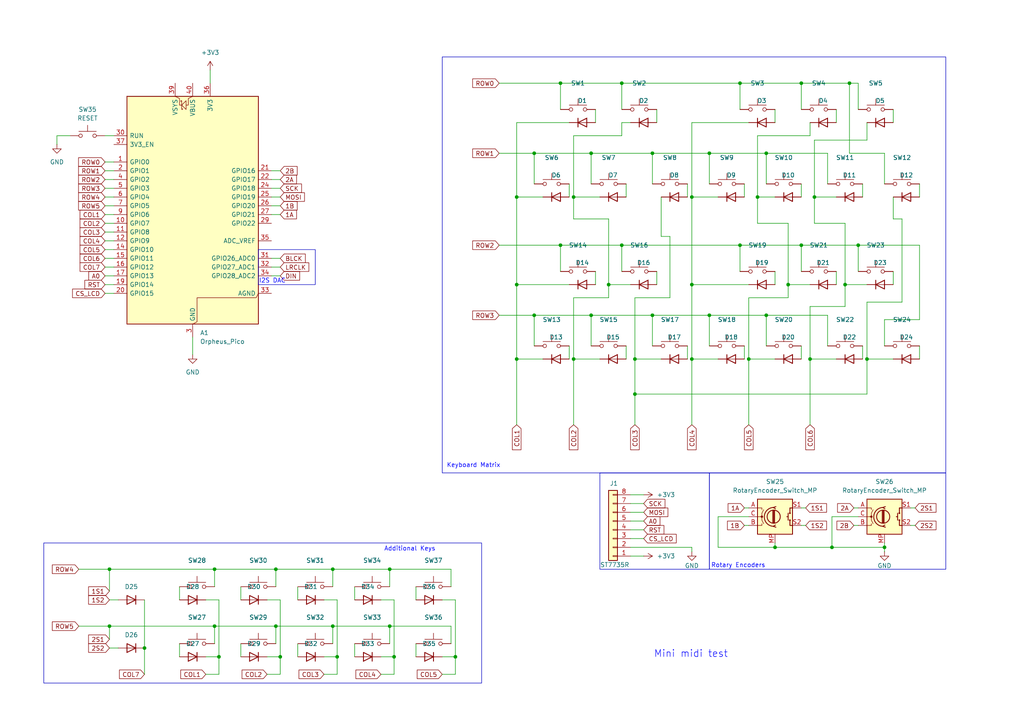
<source format=kicad_sch>
(kicad_sch (version 20250114) (generator "eeschema") (generator_version "9.0")
  (paper "A4")
  (rectangle (start 12.7 157.48) (end 139.7 198.12))
  (rectangle (start 173.99 137.16) (end 205.74 165.1))
  (rectangle (start 128.27 16.51) (end 274.32 137.16))
  (rectangle (start 74.93 72.39) (end 91.44 82.55))
  (rectangle (start 205.74 137.16) (end 274.32 165.1))
  (text "Mini midi test" (at 200.406 189.738 0) (effects (font (size 2.032 2.032))))
  (text "I2S DAC" (at 78.994 81.534 0) (effects (font (size 1.27 1.27))))
  (text "Additional Keys" (at 118.872 159.258 0) (effects (font (size 1.27 1.27))))
  (text "Rotary Encoders" (at 214.122 164.084 0) (effects (font (size 1.27 1.27))))
  (junction (at 176.53 82.55))
  (junction (at 114.3 190.5))
  (junction (at 113.03 181.61))
  (junction (at 80.01 181.61))
  (junction (at 62.23 181.61))
  (junction (at 63.5 190.5))
  (junction (at 219.71 57.15))
  (junction (at 154.94 91.44))
  (junction (at 166.37 57.15))
  (junction (at 256.54 158.75))
  (junction (at 224.79 158.75))
  (junction (at 149.86 57.15))
  (junction (at 241.3 158.75))
  (junction (at 248.92 71.12))
  (junction (at 200.66 104.14))
  (junction (at 171.45 44.45))
  (junction (at 246.38 24.13))
  (junction (at 180.34 24.13))
  (junction (at 149.86 82.55))
  (junction (at 214.63 71.12))
  (junction (at 132.08 190.5))
  (junction (at 41.91 187.96))
  (junction (at 113.03 165.1))
  (junction (at 228.6 82.55))
  (junction (at 189.23 91.44))
  (junction (at 217.17 104.14))
  (junction (at 189.23 44.45))
  (junction (at 205.74 91.44))
  (junction (at 96.52 165.1))
  (junction (at 31.75 165.1))
  (junction (at 222.25 91.44))
  (junction (at 200.66 82.55))
  (junction (at 205.74 44.45))
  (junction (at 162.56 24.13))
  (junction (at 149.86 104.14))
  (junction (at 154.94 44.45))
  (junction (at 214.63 24.13))
  (junction (at 232.41 24.13))
  (junction (at 81.28 190.5))
  (junction (at 222.25 44.45))
  (junction (at 31.75 181.61))
  (junction (at 200.66 57.15))
  (junction (at 234.95 104.14))
  (junction (at 62.23 165.1))
  (junction (at 251.46 104.14))
  (junction (at 171.45 91.44))
  (junction (at 184.15 114.3))
  (junction (at 180.34 71.12))
  (junction (at 96.52 181.61))
  (junction (at 232.41 71.12))
  (junction (at 166.37 104.14))
  (junction (at 162.56 71.12))
  (junction (at 80.01 165.1))
  (junction (at 184.15 104.14))
  (junction (at 97.79 190.5))
  (junction (at 245.11 82.55))
  (junction (at 236.22 57.15))
  (wire (pts (xy 166.37 86.36) (xy 176.53 86.36)))
  (wire (pts (xy 200.66 104.14) (xy 200.66 82.55)))
  (wire (pts (xy 200.66 104.14) (xy 208.28 104.14)))
  (wire (pts (xy 182.88 146.05) (xy 186.69 146.05)))
  (wire (pts (xy 246.38 24.13) (xy 246.38 44.45)))
  (wire (pts (xy 30.48 80.01) (xy 33.02 80.01)))
  (wire (pts (xy 180.34 71.12) (xy 180.34 78.74)))
  (wire (pts (xy 78.74 59.69) (xy 81.28 59.69)))
  (wire (pts (xy 132.08 190.5) (xy 132.08 173.99)))
  (wire (pts (xy 182.88 153.67) (xy 186.69 153.67)))
  (wire (pts (xy 215.9 100.33) (xy 215.9 104.14)))
  (wire (pts (xy 31.75 165.1) (xy 62.23 165.1)))
  (wire (pts (xy 182.88 148.59) (xy 186.69 148.59)))
  (wire (pts (xy 261.62 63.5) (xy 259.08 63.5)))
  (wire (pts (xy 149.86 123.19) (xy 149.86 104.14)))
  (wire (pts (xy 205.74 91.44) (xy 205.74 100.33)))
  (wire (pts (xy 81.28 173.99) (xy 77.47 173.99)))
  (wire (pts (xy 114.3 190.5) (xy 114.3 173.99)))
  (wire (pts (xy 215.9 147.32) (xy 217.17 147.32)))
  (wire (pts (xy 162.56 71.12) (xy 180.34 71.12)))
  (wire (pts (xy 251.46 104.14) (xy 251.46 114.3)))
  (wire (pts (xy 251.46 104.14) (xy 251.46 87.63)))
  (wire (pts (xy 52.07 170.18) (xy 52.07 173.99)))
  (wire (pts (xy 232.41 100.33) (xy 232.41 104.14)))
  (wire (pts (xy 93.98 195.58) (xy 97.79 195.58)))
  (wire (pts (xy 30.48 72.39) (xy 33.02 72.39)))
  (wire (pts (xy 114.3 173.99) (xy 110.49 173.99)))
  (wire (pts (xy 149.86 57.15) (xy 157.48 57.15)))
  (wire (pts (xy 120.65 186.69) (xy 120.65 190.5)))
  (wire (pts (xy 172.72 31.75) (xy 172.72 35.56)))
  (wire (pts (xy 149.86 82.55) (xy 149.86 57.15)))
  (wire (pts (xy 63.5 173.99) (xy 59.69 173.99)))
  (wire (pts (xy 162.56 24.13) (xy 162.56 31.75)))
  (wire (pts (xy 234.95 88.9) (xy 245.11 88.9)))
  (wire (pts (xy 97.79 190.5) (xy 97.79 195.58)))
  (wire (pts (xy 217.17 86.36) (xy 228.6 86.36)))
  (wire (pts (xy 31.75 165.1) (xy 31.75 171.45)))
  (wire (pts (xy 248.92 24.13) (xy 248.92 31.75)))
  (wire (pts (xy 30.48 46.99) (xy 33.02 46.99)))
  (wire (pts (xy 219.71 57.15) (xy 224.79 57.15)))
  (wire (pts (xy 63.5 190.5) (xy 63.5 173.99)))
  (wire (pts (xy 190.5 31.75) (xy 190.5 35.56)))
  (wire (pts (xy 232.41 24.13) (xy 232.41 31.75)))
  (wire (pts (xy 247.65 152.4) (xy 248.92 152.4)))
  (wire (pts (xy 232.41 152.4) (xy 233.68 152.4)))
  (wire (pts (xy 232.41 24.13) (xy 246.38 24.13)))
  (wire (pts (xy 69.85 186.69) (xy 69.85 190.5)))
  (wire (pts (xy 245.11 82.55) (xy 245.11 64.77)))
  (wire (pts (xy 149.86 57.15) (xy 149.86 35.56)))
  (wire (pts (xy 78.74 77.47) (xy 81.28 77.47)))
  (wire (pts (xy 130.81 181.61) (xy 130.81 186.69)))
  (wire (pts (xy 81.28 190.5) (xy 81.28 173.99)))
  (wire (pts (xy 208.28 149.86) (xy 217.17 149.86)))
  (wire (pts (xy 248.92 71.12) (xy 248.92 78.74)))
  (wire (pts (xy 110.49 190.5) (xy 114.3 190.5)))
  (wire (pts (xy 266.7 53.34) (xy 266.7 57.15)))
  (wire (pts (xy 250.19 100.33) (xy 250.19 104.14)))
  (wire (pts (xy 189.23 91.44) (xy 205.74 91.44)))
  (wire (pts (xy 59.69 195.58) (xy 63.5 195.58)))
  (wire (pts (xy 144.78 71.12) (xy 162.56 71.12)))
  (wire (pts (xy 166.37 57.15) (xy 173.99 57.15)))
  (wire (pts (xy 176.53 63.5) (xy 166.37 63.5)))
  (wire (pts (xy 232.41 147.32) (xy 233.68 147.32)))
  (wire (pts (xy 102.87 186.69) (xy 102.87 190.5)))
  (wire (pts (xy 144.78 24.13) (xy 162.56 24.13)))
  (wire (pts (xy 236.22 64.77) (xy 236.22 57.15)))
  (wire (pts (xy 189.23 44.45) (xy 205.74 44.45)))
  (wire (pts (xy 113.03 165.1) (xy 113.03 170.18)))
  (wire (pts (xy 144.78 44.45) (xy 154.94 44.45)))
  (wire (pts (xy 41.91 173.99) (xy 41.91 187.96)))
  (wire (pts (xy 172.72 78.74) (xy 172.72 82.55)))
  (wire (pts (xy 132.08 173.99) (xy 128.27 173.99)))
  (wire (pts (xy 16.51 39.37) (xy 16.51 41.91)))
  (wire (pts (xy 128.27 190.5) (xy 132.08 190.5)))
  (wire (pts (xy 200.66 57.15) (xy 208.28 57.15)))
  (wire (pts (xy 236.22 57.15) (xy 242.57 57.15)))
  (wire (pts (xy 176.53 82.55) (xy 176.53 63.5)))
  (wire (pts (xy 113.03 181.61) (xy 130.81 181.61)))
  (wire (pts (xy 224.79 157.48) (xy 224.79 158.75)))
  (wire (pts (xy 62.23 170.18) (xy 62.23 165.1)))
  (wire (pts (xy 222.25 44.45) (xy 222.25 53.34)))
  (wire (pts (xy 60.96 20.32) (xy 60.96 24.13)))
  (wire (pts (xy 30.48 74.93) (xy 33.02 74.93)))
  (wire (pts (xy 184.15 114.3) (xy 251.46 114.3)))
  (wire (pts (xy 250.19 53.34) (xy 250.19 57.15)))
  (wire (pts (xy 78.74 80.01) (xy 81.28 80.01)))
  (wire (pts (xy 31.75 173.99) (xy 34.29 173.99)))
  (wire (pts (xy 171.45 91.44) (xy 171.45 100.33)))
  (wire (pts (xy 266.7 71.12) (xy 266.7 92.71)))
  (wire (pts (xy 266.7 100.33) (xy 266.7 104.14)))
  (wire (pts (xy 184.15 104.14) (xy 191.77 104.14)))
  (wire (pts (xy 176.53 86.36) (xy 176.53 82.55)))
  (wire (pts (xy 224.79 158.75) (xy 241.3 158.75)))
  (wire (pts (xy 259.08 31.75) (xy 259.08 35.56)))
  (wire (pts (xy 81.28 190.5) (xy 81.28 195.58)))
  (wire (pts (xy 96.52 165.1) (xy 96.52 170.18)))
  (wire (pts (xy 154.94 91.44) (xy 154.94 100.33)))
  (wire (pts (xy 30.48 39.37) (xy 33.02 39.37)))
  (wire (pts (xy 242.57 31.75) (xy 242.57 35.56)))
  (wire (pts (xy 245.11 64.77) (xy 236.22 64.77)))
  (wire (pts (xy 194.31 68.58) (xy 191.77 68.58)))
  (wire (pts (xy 176.53 82.55) (xy 182.88 82.55)))
  (wire (pts (xy 205.74 44.45) (xy 205.74 53.34)))
  (wire (pts (xy 149.86 104.14) (xy 157.48 104.14)))
  (wire (pts (xy 77.47 190.5) (xy 81.28 190.5)))
  (wire (pts (xy 241.3 158.75) (xy 256.54 158.75)))
  (wire (pts (xy 114.3 195.58) (xy 110.49 195.58)))
  (wire (pts (xy 171.45 44.45) (xy 189.23 44.45)))
  (wire (pts (xy 80.01 165.1) (xy 96.52 165.1)))
  (wire (pts (xy 182.88 161.29) (xy 186.69 161.29)))
  (wire (pts (xy 132.08 195.58) (xy 132.08 190.5)))
  (wire (pts (xy 217.17 123.19) (xy 217.17 104.14)))
  (wire (pts (xy 246.38 24.13) (xy 248.92 24.13)))
  (wire (pts (xy 200.66 82.55) (xy 200.66 57.15)))
  (wire (pts (xy 219.71 57.15) (xy 219.71 39.37)))
  (wire (pts (xy 251.46 104.14) (xy 259.08 104.14)))
  (wire (pts (xy 144.78 91.44) (xy 154.94 91.44)))
  (wire (pts (xy 232.41 71.12) (xy 232.41 78.74)))
  (wire (pts (xy 184.15 123.19) (xy 184.15 114.3)))
  (wire (pts (xy 180.34 24.13) (xy 214.63 24.13)))
  (wire (pts (xy 80.01 181.61) (xy 96.52 181.61)))
  (wire (pts (xy 154.94 91.44) (xy 171.45 91.44)))
  (wire (pts (xy 22.86 165.1) (xy 31.75 165.1)))
  (wire (pts (xy 81.28 195.58) (xy 77.47 195.58)))
  (wire (pts (xy 114.3 190.5) (xy 114.3 195.58)))
  (wire (pts (xy 62.23 181.61) (xy 62.23 186.69)))
  (wire (pts (xy 149.86 104.14) (xy 149.86 82.55)))
  (wire (pts (xy 247.65 147.32) (xy 248.92 147.32)))
  (wire (pts (xy 228.6 64.77) (xy 219.71 64.77)))
  (wire (pts (xy 236.22 57.15) (xy 236.22 40.64)))
  (wire (pts (xy 245.11 88.9) (xy 245.11 82.55)))
  (wire (pts (xy 59.69 190.5) (xy 63.5 190.5)))
  (wire (pts (xy 20.32 39.37) (xy 16.51 39.37)))
  (wire (pts (xy 31.75 181.61) (xy 22.86 181.61)))
  (wire (pts (xy 78.74 57.15) (xy 81.28 57.15)))
  (wire (pts (xy 30.48 85.09) (xy 33.02 85.09)))
  (wire (pts (xy 154.94 44.45) (xy 171.45 44.45)))
  (wire (pts (xy 182.88 151.13) (xy 186.69 151.13)))
  (wire (pts (xy 234.95 104.14) (xy 242.57 104.14)))
  (wire (pts (xy 236.22 40.64) (xy 251.46 40.64)))
  (wire (pts (xy 232.41 71.12) (xy 248.92 71.12)))
  (wire (pts (xy 246.38 44.45) (xy 256.54 44.45)))
  (wire (pts (xy 180.34 24.13) (xy 180.34 31.75)))
  (wire (pts (xy 256.54 44.45) (xy 256.54 53.34)))
  (wire (pts (xy 242.57 78.74) (xy 242.57 82.55)))
  (wire (pts (xy 162.56 24.13) (xy 180.34 24.13)))
  (wire (pts (xy 200.66 158.75) (xy 200.66 160.02)))
  (wire (pts (xy 41.91 187.96) (xy 41.91 195.58)))
  (wire (pts (xy 80.01 165.1) (xy 80.01 170.18)))
  (wire (pts (xy 199.39 100.33) (xy 199.39 104.14)))
  (wire (pts (xy 215.9 152.4) (xy 217.17 152.4)))
  (wire (pts (xy 251.46 40.64) (xy 251.46 35.56)))
  (wire (pts (xy 261.62 87.63) (xy 261.62 63.5)))
  (wire (pts (xy 266.7 92.71) (xy 256.54 92.71)))
  (wire (pts (xy 30.48 52.07) (xy 33.02 52.07)))
  (wire (pts (xy 214.63 71.12) (xy 232.41 71.12)))
  (wire (pts (xy 31.75 187.96) (xy 34.29 187.96)))
  (wire (pts (xy 62.23 165.1) (xy 80.01 165.1)))
  (wire (pts (xy 256.54 157.48) (xy 256.54 158.75)))
  (wire (pts (xy 200.66 57.15) (xy 200.66 35.56)))
  (wire (pts (xy 217.17 104.14) (xy 224.79 104.14)))
  (wire (pts (xy 259.08 78.74) (xy 259.08 82.55)))
  (wire (pts (xy 194.31 86.36) (xy 194.31 68.58)))
  (wire (pts (xy 113.03 165.1) (xy 130.81 165.1)))
  (wire (pts (xy 166.37 63.5) (xy 166.37 57.15)))
  (wire (pts (xy 93.98 173.99) (xy 97.79 173.99)))
  (wire (pts (xy 31.75 181.61) (xy 62.23 181.61)))
  (wire (pts (xy 30.48 49.53) (xy 33.02 49.53)))
  (wire (pts (xy 30.48 77.47) (xy 33.02 77.47)))
  (wire (pts (xy 69.85 170.18) (xy 69.85 173.99)))
  (wire (pts (xy 128.27 195.58) (xy 132.08 195.58)))
  (wire (pts (xy 208.28 158.75) (xy 208.28 149.86)))
  (wire (pts (xy 149.86 82.55) (xy 165.1 82.55)))
  (wire (pts (xy 245.11 82.55) (xy 251.46 82.55)))
  (wire (pts (xy 215.9 53.34) (xy 215.9 57.15)))
  (wire (pts (xy 228.6 82.55) (xy 234.95 82.55)))
  (wire (pts (xy 219.71 39.37) (xy 234.95 39.37)))
  (wire (pts (xy 78.74 52.07) (xy 81.28 52.07)))
  (wire (pts (xy 234.95 104.14) (xy 234.95 88.9)))
  (wire (pts (xy 224.79 78.74) (xy 224.79 82.55)))
  (wire (pts (xy 189.23 91.44) (xy 189.23 100.33)))
  (wire (pts (xy 30.48 57.15) (xy 33.02 57.15)))
  (wire (pts (xy 248.92 71.12) (xy 266.7 71.12)))
  (wire (pts (xy 191.77 68.58) (xy 191.77 57.15)))
  (wire (pts (xy 162.56 71.12) (xy 162.56 78.74)))
  (wire (pts (xy 78.74 62.23) (xy 81.28 62.23)))
  (wire (pts (xy 200.66 82.55) (xy 217.17 82.55)))
  (wire (pts (xy 224.79 31.75) (xy 224.79 35.56)))
  (wire (pts (xy 219.71 64.77) (xy 219.71 57.15)))
  (wire (pts (xy 55.88 97.79) (xy 55.88 102.87)))
  (wire (pts (xy 199.39 53.34) (xy 199.39 57.15)))
  (wire (pts (xy 240.03 100.33) (xy 240.03 91.44)))
  (wire (pts (xy 200.66 35.56) (xy 217.17 35.56)))
  (wire (pts (xy 214.63 71.12) (xy 214.63 78.74)))
  (wire (pts (xy 30.48 82.55) (xy 33.02 82.55)))
  (wire (pts (xy 171.45 91.44) (xy 189.23 91.44)))
  (wire (pts (xy 96.52 181.61) (xy 113.03 181.61)))
  (wire (pts (xy 182.88 143.51) (xy 186.69 143.51)))
  (wire (pts (xy 166.37 39.37) (xy 180.34 39.37)))
  (wire (pts (xy 214.63 24.13) (xy 214.63 31.75)))
  (wire (pts (xy 264.16 152.4) (xy 265.43 152.4)))
  (wire (pts (xy 97.79 190.5) (xy 93.98 190.5)))
  (wire (pts (xy 120.65 170.18) (xy 120.65 173.99)))
  (wire (pts (xy 63.5 195.58) (xy 63.5 190.5)))
  (wire (pts (xy 190.5 78.74) (xy 190.5 82.55)))
  (wire (pts (xy 31.75 185.42) (xy 31.75 181.61)))
  (wire (pts (xy 165.1 100.33) (xy 165.1 104.14)))
  (wire (pts (xy 217.17 104.14) (xy 217.17 86.36)))
  (wire (pts (xy 113.03 181.61) (xy 113.03 186.69)))
  (wire (pts (xy 264.16 147.32) (xy 265.43 147.32)))
  (wire (pts (xy 182.88 158.75) (xy 200.66 158.75)))
  (wire (pts (xy 171.45 44.45) (xy 171.45 53.34)))
  (wire (pts (xy 256.54 158.75) (xy 256.54 160.02)))
  (wire (pts (xy 205.74 91.44) (xy 222.25 91.44)))
  (wire (pts (xy 30.48 62.23) (xy 33.02 62.23)))
  (wire (pts (xy 102.87 170.18) (xy 102.87 173.99)))
  (wire (pts (xy 96.52 165.1) (xy 113.03 165.1)))
  (wire (pts (xy 166.37 57.15) (xy 166.37 39.37)))
  (wire (pts (xy 166.37 104.14) (xy 173.99 104.14)))
  (wire (pts (xy 149.86 35.56) (xy 165.1 35.56)))
  (wire (pts (xy 224.79 158.75) (xy 208.28 158.75)))
  (wire (pts (xy 30.48 59.69) (xy 33.02 59.69)))
  (wire (pts (xy 78.74 49.53) (xy 81.28 49.53)))
  (wire (pts (xy 241.3 158.75) (xy 241.3 149.86)))
  (wire (pts (xy 256.54 92.71) (xy 256.54 100.33)))
  (wire (pts (xy 30.48 67.31) (xy 33.02 67.31)))
  (wire (pts (xy 30.48 64.77) (xy 33.02 64.77)))
  (wire (pts (xy 78.74 74.93) (xy 81.28 74.93)))
  (wire (pts (xy 232.41 53.34) (xy 232.41 57.15)))
  (wire (pts (xy 184.15 86.36) (xy 194.31 86.36)))
  (wire (pts (xy 222.25 91.44) (xy 240.03 91.44)))
  (wire (pts (xy 166.37 104.14) (xy 166.37 86.36)))
  (wire (pts (xy 130.81 165.1) (xy 130.81 170.18)))
  (wire (pts (xy 240.03 53.34) (xy 240.03 44.45)))
  (wire (pts (xy 52.07 186.69) (xy 52.07 190.5)))
  (wire (pts (xy 182.88 156.21) (xy 186.69 156.21)))
  (wire (pts (xy 200.66 123.19) (xy 200.66 104.14)))
  (wire (pts (xy 165.1 53.34) (xy 165.1 57.15)))
  (wire (pts (xy 181.61 53.34) (xy 181.61 57.15)))
  (wire (pts (xy 259.08 63.5) (xy 259.08 57.15)))
  (wire (pts (xy 234.95 39.37) (xy 234.95 35.56)))
  (wire (pts (xy 228.6 86.36) (xy 228.6 82.55)))
  (wire (pts (xy 214.63 24.13) (xy 232.41 24.13)))
  (wire (pts (xy 241.3 149.86) (xy 248.92 149.86)))
  (wire (pts (xy 222.25 44.45) (xy 240.03 44.45)))
  (wire (pts (xy 184.15 104.14) (xy 184.15 86.36)))
  (wire (pts (xy 205.74 44.45) (xy 222.25 44.45)))
  (wire (pts (xy 234.95 123.19) (xy 234.95 104.14)))
  (wire (pts (xy 78.74 54.61) (xy 81.28 54.61)))
  (wire (pts (xy 166.37 123.19) (xy 166.37 104.14)))
  (wire (pts (xy 181.61 100.33) (xy 181.61 104.14)))
  (wire (pts (xy 80.01 181.61) (xy 80.01 186.69)))
  (wire (pts (xy 96.52 181.61) (xy 96.52 186.69)))
  (wire (pts (xy 86.36 186.69) (xy 86.36 190.5)))
  (wire (pts (xy 222.25 91.44) (xy 222.25 100.33)))
  (wire (pts (xy 97.79 173.99) (xy 97.79 190.5)))
  (wire (pts (xy 62.23 181.61) (xy 80.01 181.61)))
  (wire (pts (xy 251.46 87.63) (xy 261.62 87.63)))
  (wire (pts (xy 30.48 54.61) (xy 33.02 54.61)))
  (wire (pts (xy 180.34 39.37) (xy 180.34 35.56)))
  (wire (pts (xy 228.6 82.55) (xy 228.6 64.77)))
  (wire (pts (xy 184.15 114.3) (xy 184.15 104.14)))
  (wire (pts (xy 189.23 44.45) (xy 189.23 53.34)))
  (wire (pts (xy 154.94 44.45) (xy 154.94 53.34)))
  (wire (pts (xy 86.36 170.18) (xy 86.36 173.99)))
  (wire (pts (xy 180.34 35.56) (xy 182.88 35.56)))
  (wire (pts (xy 180.34 71.12) (xy 214.63 71.12)))
  (wire (pts (xy 30.48 69.85) (xy 33.02 69.85)))
  (label "Keyboard Matrix" (at 129.54 135.89 0))
  (global_label "LRCLK" (shape input) (at 81.28 77.47 0) (property "Intersheetrefs" "${INTERSHEET_REFS}" (effects (hide yes))))
  (global_label "COL4" (shape input) (at 110.49 195.58 180) (property "Intersheetrefs" "${INTERSHEET_REFS}" (effects (hide yes))))
  (global_label "2B" (shape input) (at 81.28 49.53 0) (property "Intersheetrefs" "${INTERSHEET_REFS}" (effects (hide yes))))
  (global_label "COL6" (shape input) (at 30.48 74.93 180) (property "Intersheetrefs" "${INTERSHEET_REFS}" (effects (hide yes))))
  (global_label "ROW5" (shape input) (at 22.86 181.61 180) (property "Intersheetrefs" "${INTERSHEET_REFS}" (effects (hide yes))))
  (global_label "2B" (shape input) (at 247.65 152.4 180) (property "Intersheetrefs" "${INTERSHEET_REFS}" (effects (hide yes))))
  (global_label "ROW5" (shape input) (at 30.48 59.69 180) (property "Intersheetrefs" "${INTERSHEET_REFS}" (effects (hide yes))))
  (global_label "1S2" (shape input) (at 233.68 152.4 0) (property "Intersheetrefs" "${INTERSHEET_REFS}" (effects (hide yes))))
  (global_label "1S2" (shape input) (at 31.75 173.99 180) (property "Intersheetrefs" "${INTERSHEET_REFS}" (effects (hide yes))))
  (global_label "ROW4" (shape input) (at 22.86 165.1 180) (property "Intersheetrefs" "${INTERSHEET_REFS}" (effects (hide yes))))
  (global_label "CS_LCD" (shape input) (at 30.48 85.09 180) (property "Intersheetrefs" "${INTERSHEET_REFS}" (effects (hide yes))))
  (global_label "2S1" (shape input) (at 265.43 147.32 0) (property "Intersheetrefs" "${INTERSHEET_REFS}" (effects (hide yes))))
  (global_label "COL4" (shape input) (at 30.48 69.85 180) (property "Intersheetrefs" "${INTERSHEET_REFS}" (effects (hide yes))))
  (global_label "ROW1" (shape input) (at 30.48 49.53 180) (property "Intersheetrefs" "${INTERSHEET_REFS}" (effects (hide yes))))
  (global_label "SCK" (shape input) (at 186.69 146.05 0) (property "Intersheetrefs" "${INTERSHEET_REFS}" (effects (hide yes))))
  (global_label "CS_LCD" (shape input) (at 186.69 156.21 0) (property "Intersheetrefs" "${INTERSHEET_REFS}" (effects (hide yes))))
  (global_label "1S1" (shape input) (at 233.68 147.32 0) (property "Intersheetrefs" "${INTERSHEET_REFS}" (effects (hide yes))))
  (global_label "COL5" (shape input) (at 217.17 123.19 270) (property "Intersheetrefs" "${INTERSHEET_REFS}" (effects (hide yes))))
  (global_label "COL7" (shape input) (at 30.48 77.47 180) (property "Intersheetrefs" "${INTERSHEET_REFS}" (effects (hide yes))))
  (global_label "COL5" (shape input) (at 30.48 72.39 180) (property "Intersheetrefs" "${INTERSHEET_REFS}" (effects (hide yes))))
  (global_label "COL1" (shape input) (at 149.86 123.19 270) (property "Intersheetrefs" "${INTERSHEET_REFS}" (effects (hide yes))))
  (global_label "COL2" (shape input) (at 166.37 123.19 270) (property "Intersheetrefs" "${INTERSHEET_REFS}" (effects (hide yes))))
  (global_label "COL3" (shape input) (at 184.15 123.19 270) (property "Intersheetrefs" "${INTERSHEET_REFS}" (effects (hide yes))))
  (global_label "COL6" (shape input) (at 234.95 123.19 270) (property "Intersheetrefs" "${INTERSHEET_REFS}" (effects (hide yes))))
  (global_label "BLCK" (shape input) (at 81.28 74.93 0) (property "Intersheetrefs" "${INTERSHEET_REFS}" (effects (hide yes))))
  (global_label "COL2" (shape input) (at 30.48 64.77 180) (property "Intersheetrefs" "${INTERSHEET_REFS}" (effects (hide yes))))
  (global_label "1A" (shape input) (at 215.9 147.32 180) (property "Intersheetrefs" "${INTERSHEET_REFS}" (effects (hide yes))))
  (global_label "RST" (shape input) (at 186.69 153.67 0) (property "Intersheetrefs" "${INTERSHEET_REFS}" (effects (hide yes))))
  (global_label "2S2" (shape input) (at 265.43 152.4 0) (property "Intersheetrefs" "${INTERSHEET_REFS}" (effects (hide yes))))
  (global_label "1S1" (shape input) (at 31.75 171.45 180) (property "Intersheetrefs" "${INTERSHEET_REFS}" (effects (hide yes))))
  (global_label "RST" (shape input) (at 30.48 82.55 180) (property "Intersheetrefs" "${INTERSHEET_REFS}" (effects (hide yes))))
  (global_label "ROW3" (shape input) (at 30.48 54.61 180) (property "Intersheetrefs" "${INTERSHEET_REFS}" (effects (hide yes))))
  (global_label "2A" (shape input) (at 81.28 52.07 0) (property "Intersheetrefs" "${INTERSHEET_REFS}" (effects (hide yes))))
  (global_label "MOSI" (shape input) (at 81.28 57.15 0) (property "Intersheetrefs" "${INTERSHEET_REFS}" (effects (hide yes))))
  (global_label "2A" (shape input) (at 247.65 147.32 180) (property "Intersheetrefs" "${INTERSHEET_REFS}" (effects (hide yes))))
  (global_label "COL7" (shape input) (at 41.91 195.58 180) (property "Intersheetrefs" "${INTERSHEET_REFS}" (effects (hide yes))))
  (global_label "SCK" (shape input) (at 81.28 54.61 0) (property "Intersheetrefs" "${INTERSHEET_REFS}" (effects (hide yes))))
  (global_label "DIN" (shape input) (at 81.28 80.01 0) (property "Intersheetrefs" "${INTERSHEET_REFS}" (effects (hide yes))))
  (global_label "ROW4" (shape input) (at 30.48 57.15 180) (property "Intersheetrefs" "${INTERSHEET_REFS}" (effects (hide yes))))
  (global_label "2S1" (shape input) (at 31.75 185.42 180) (property "Intersheetrefs" "${INTERSHEET_REFS}" (effects (hide yes))))
  (global_label "1B" (shape input) (at 215.9 152.4 180) (property "Intersheetrefs" "${INTERSHEET_REFS}" (effects (hide yes))))
  (global_label "COL1" (shape input) (at 30.48 62.23 180) (property "Intersheetrefs" "${INTERSHEET_REFS}" (effects (hide yes))))
  (global_label "A0" (shape input) (at 30.48 80.01 180) (property "Intersheetrefs" "${INTERSHEET_REFS}" (effects (hide yes))))
  (global_label "ROW2" (shape input) (at 144.78 71.12 180) (property "Intersheetrefs" "${INTERSHEET_REFS}" (effects (hide yes))))
  (global_label "ROW1" (shape input) (at 144.78 44.45 180) (property "Intersheetrefs" "${INTERSHEET_REFS}" (effects (hide yes))))
  (global_label "COL3" (shape input) (at 30.48 67.31 180) (property "Intersheetrefs" "${INTERSHEET_REFS}" (effects (hide yes))))
  (global_label "A0" (shape input) (at 186.69 151.13 0) (property "Intersheetrefs" "${INTERSHEET_REFS}" (effects (hide yes))))
  (global_label "COL5" (shape input) (at 128.27 195.58 180) (property "Intersheetrefs" "${INTERSHEET_REFS}" (effects (hide yes))))
  (global_label "1A" (shape input) (at 81.28 62.23 0) (property "Intersheetrefs" "${INTERSHEET_REFS}" (effects (hide yes))))
  (global_label "COL2" (shape input) (at 77.47 195.58 180) (property "Intersheetrefs" "${INTERSHEET_REFS}" (effects (hide yes))))
  (global_label "COL4" (shape input) (at 200.66 123.19 270) (property "Intersheetrefs" "${INTERSHEET_REFS}" (effects (hide yes))))
  (global_label "MOSI" (shape input) (at 186.69 148.59 0) (property "Intersheetrefs" "${INTERSHEET_REFS}" (effects (hide yes))))
  (global_label "COL1" (shape input) (at 59.69 195.58 180) (property "Intersheetrefs" "${INTERSHEET_REFS}" (effects (hide yes))))
  (global_label "ROW3" (shape input) (at 144.78 91.44 180) (property "Intersheetrefs" "${INTERSHEET_REFS}" (effects (hide yes))))
  (global_label "ROW0" (shape input) (at 30.48 46.99 180) (property "Intersheetrefs" "${INTERSHEET_REFS}" (effects (hide yes))))
  (global_label "1B" (shape input) (at 81.28 59.69 0) (property "Intersheetrefs" "${INTERSHEET_REFS}" (effects (hide yes))))
  (global_label "ROW2" (shape input) (at 30.48 52.07 180) (property "Intersheetrefs" "${INTERSHEET_REFS}" (effects (hide yes))))
  (global_label "ROW0" (shape input) (at 144.78 24.13 180) (property "Intersheetrefs" "${INTERSHEET_REFS}" (effects (hide yes))))
  (global_label "COL3" (shape input) (at 93.98 195.58 180) (property "Intersheetrefs" "${INTERSHEET_REFS}" (effects (hide yes))))
  (global_label "2S2" (shape input) (at 31.75 187.96 180) (property "Intersheetrefs" "${INTERSHEET_REFS}" (effects (hide yes))))
  (symbol (lib_id "Switch:SW_Push") (at 219.71 31.75 0) (unit 1)
    (property "Reference" "SW3" (at 219.71 24.13 0))
    (property "Value" "SW_Push" (effects (hide yes)))
    (property "Footprint" "Button_Switch_Keyboard:SW_Cherry_MX_1.00u_PCB" (effects (hide yes)))
    (property "Description" "Push button switch, generic, two pins" (effects (hide yes)))
  )
  (symbol (lib_id "Diode:1N4148WT") (at 73.66 190.5 180) (unit 1)
    (property "Reference" "D29" (at 73.66 186.69 0))
    (property "Value" "1N4148WT" (effects (hide yes)))
    (property "Footprint" "Diode_SMD:D_SOD-523" (effects (hide yes)))
    (property "Datasheet" "https://www.diodes.com/assets/Datasheets/ds30396.pdf" (effects (hide yes)))
    (property "Description" "75V 0.15A Fast switching Diode, SOD-523" (effects (hide yes)))
    (property "Sim.Device" "D" (effects (hide yes)))
    (property "Sim.Pins" "1=K 2=A" (effects (hide yes)))
  )
  (symbol (lib_id "Diode:1N4148WT") (at 186.69 82.55 0) (unit 1)
    (property "Reference" "D16" (at 186.69 76.2 0))
    (property "Value" "1N4148WT" (effects (hide yes)))
    (property "Footprint" "Diode_SMD:D_SOD-523" (effects (hide yes)))
    (property "Datasheet" "https://www.diodes.com/assets/Datasheets/ds30396.pdf" (effects (hide yes)))
    (property "Description" "75V 0.15A Fast switching Diode, SOD-523" (effects (hide yes)))
    (property "Sim.Device" "D" (effects (hide yes)))
    (property "Sim.Pins" "1=K 2=A" (effects (hide yes)))
  )
  (symbol (lib_id "Switch:SW_Push") (at 57.15 186.69 0) (unit 1)
    (property "Reference" "SW27" (at 57.15 179.07 0))
    (property "Value" "SW_Push" (effects (hide yes)))
    (property "Footprint" "Button_Switch_Keyboard:SW_Cherry_MX_1.00u_PCB" (effects (hide yes)))
    (property "Description" "Push button switch, generic, two pins" (effects (hide yes)))
  )
  (symbol (lib_id "Diode:1N4148WT") (at 195.58 57.15 0) (unit 1)
    (property "Reference" "D8" (at 195.58 50.8 0))
    (property "Value" "1N4148WT" (effects (hide yes)))
    (property "Footprint" "Diode_SMD:D_SOD-523" (effects (hide yes)))
    (property "Datasheet" "https://www.diodes.com/assets/Datasheets/ds30396.pdf" (effects (hide yes)))
    (property "Description" "75V 0.15A Fast switching Diode, SOD-523" (effects (hide yes)))
    (property "Sim.Device" "D" (effects (hide yes)))
    (property "Sim.Pins" "1=K 2=A" (effects (hide yes)))
  )
  (symbol (lib_id "Switch:SW_Push") (at 167.64 78.74 0) (unit 1)
    (property "Reference" "SW14" (at 167.64 71.12 0))
    (property "Value" "SW_Push" (effects (hide yes)))
    (property "Footprint" "Button_Switch_Keyboard:SW_Cherry_MX_1.00u_PCB" (effects (hide yes)))
    (property "Description" "Push button switch, generic, two pins" (effects (hide yes)))
  )
  (symbol (lib_id "Device:RotaryEncoder_Switch_MP") (at 256.54 149.86 0) (unit 1)
    (property "Reference" "SW26" (at 256.54 139.7 0))
    (property "Value" "RotaryEncoder_Switch_MP" (at 256.54 142.24 0))
    (property "Footprint" "Rotary_Encoder:RotaryEncoder_Alps_EC11E-Switch_Vertical_H20mm_MountingHoles" (effects (hide yes)))
    (property "Description" "Rotary encoder, dual channel, incremental quadrate outputs, with switch and MP Pin" (effects (hide yes)))
  )
  (symbol (lib_id "Switch:SW_Push") (at 237.49 78.74 0) (unit 1)
    (property "Reference" "SW21" (at 237.49 71.12 0))
    (property "Value" "SW_Push" (effects (hide yes)))
    (property "Footprint" "Button_Switch_Keyboard:SW_Cherry_MX_1.00u_PCB" (effects (hide yes)))
    (property "Description" "Push button switch, generic, two pins" (effects (hide yes)))
  )
  (symbol (lib_id "Diode:1N4148WT") (at 255.27 82.55 0) (unit 1)
    (property "Reference" "D23" (at 255.27 76.2 0))
    (property "Value" "1N4148WT" (effects (hide yes)))
    (property "Footprint" "Diode_SMD:D_SOD-523" (effects (hide yes)))
    (property "Datasheet" "https://www.diodes.com/assets/Datasheets/ds30396.pdf" (effects (hide yes)))
    (property "Description" "75V 0.15A Fast switching Diode, SOD-523" (effects (hide yes)))
    (property "Sim.Device" "D" (effects (hide yes)))
    (property "Sim.Pins" "1=K 2=A" (effects (hide yes)))
  )
  (symbol (lib_id "Switch:SW_Push") (at 125.73 170.18 0) (unit 1)
    (property "Reference" "SW37" (at 125.73 162.56 0))
    (property "Value" "SW_Push" (effects (hide yes)))
    (property "Footprint" "Button_Switch_Keyboard:SW_Cherry_MX_1.00u_PCB" (effects (hide yes)))
    (property "Description" "Push button switch, generic, two pins" (effects (hide yes)))
  )
  (symbol (lib_id "Switch:SW_Push") (at 210.82 100.33 0) (unit 1)
    (property "Reference" "SW18" (at 210.82 92.71 0))
    (property "Value" "SW_Push" (effects (hide yes)))
    (property "Footprint" "Button_Switch_Keyboard:SW_Cherry_MX_1.00u_PCB" (effects (hide yes)))
    (property "Description" "Push button switch, generic, two pins" (effects (hide yes)))
  )
  (symbol (lib_id "Switch:SW_Push") (at 245.11 53.34 0) (unit 1)
    (property "Reference" "SW11" (at 245.11 45.72 0))
    (property "Value" "SW_Push" (effects (hide yes)))
    (property "Footprint" "Button_Switch_Keyboard:SW_Cherry_MX_1.00u_PCB" (effects (hide yes)))
    (property "Description" "Push button switch, generic, two pins" (effects (hide yes)))
  )
  (symbol (lib_id "Diode:1N4148WT") (at 246.38 57.15 0) (unit 1)
    (property "Reference" "D11" (at 246.38 50.8 0))
    (property "Value" "1N4148WT" (effects (hide yes)))
    (property "Footprint" "Diode_SMD:D_SOD-523" (effects (hide yes)))
    (property "Datasheet" "https://www.diodes.com/assets/Datasheets/ds30396.pdf" (effects (hide yes)))
    (property "Description" "75V 0.15A Fast switching Diode, SOD-523" (effects (hide yes)))
    (property "Sim.Device" "D" (effects (hide yes)))
    (property "Sim.Pins" "1=K 2=A" (effects (hide yes)))
  )
  (symbol (lib_id "Switch:SW_Push") (at 25.4 39.37 0) (unit 1)
    (property "Reference" "SW35" (at 25.4 31.75 0))
    (property "Value" "RESET" (at 25.4 34.29 0))
    (property "Footprint" "Button_Switch_Keyboard:SW_Cherry_MX_1.00u_PCB" (effects (hide yes)))
    (property "Description" "Push button switch, generic, two pins" (effects (hide yes)))
  )
  (symbol (lib_id "Diode:1N4148WT") (at 220.98 82.55 0) (unit 1)
    (property "Reference" "D19" (at 220.98 76.2 0))
    (property "Value" "1N4148WT" (effects (hide yes)))
    (property "Footprint" "Diode_SMD:D_SOD-523" (effects (hide yes)))
    (property "Datasheet" "https://www.diodes.com/assets/Datasheets/ds30396.pdf" (effects (hide yes)))
    (property "Description" "75V 0.15A Fast switching Diode, SOD-523" (effects (hide yes)))
    (property "Sim.Device" "D" (effects (hide yes)))
    (property "Sim.Pins" "1=K 2=A" (effects (hide yes)))
  )
  (symbol (lib_id "power:GND") (at 55.88 102.87 0) (unit 1)
    (property "Reference" "#PWR01" (effects (hide yes)))
    (property "Value" "GND" (at 55.88 107.95 0))
    (property "Description" "Power symbol creates a global label with name \"GND\" , ground" (effects (hide yes)))
  )
  (symbol (lib_id "Switch:SW_Push") (at 160.02 100.33 0) (unit 1)
    (property "Reference" "SW13" (at 160.02 92.71 0))
    (property "Value" "SW_Push" (effects (hide yes)))
    (property "Footprint" "Button_Switch_Keyboard:SW_Cherry_MX_1.00u_PCB" (effects (hide yes)))
    (property "Description" "Push button switch, generic, two pins" (effects (hide yes)))
  )
  (symbol (lib_id "Diode:1N4148WT") (at 262.89 104.14 0) (unit 1)
    (property "Reference" "D24" (at 262.89 97.79 0))
    (property "Value" "1N4148WT" (effects (hide yes)))
    (property "Footprint" "Diode_SMD:D_SOD-523" (effects (hide yes)))
    (property "Datasheet" "https://www.diodes.com/assets/Datasheets/ds30396.pdf" (effects (hide yes)))
    (property "Description" "75V 0.15A Fast switching Diode, SOD-523" (effects (hide yes)))
    (property "Sim.Device" "D" (effects (hide yes)))
    (property "Sim.Pins" "1=K 2=A" (effects (hide yes)))
  )
  (symbol (lib_id "power:+3V3") (at 186.69 161.29 270) (unit 1)
    (property "Reference" "#PWR05" (effects (hide yes)))
    (property "Value" "+3V3" (at 190.5 161.2899 90) (effects (justify left)))
    (property "Description" "Power symbol creates a global label with name \"+3V3\"" (effects (hide yes)))
  )
  (symbol (lib_id "Switch:SW_Push") (at 254 78.74 0) (unit 1)
    (property "Reference" "SW23" (at 254 71.12 0))
    (property "Value" "SW_Push" (effects (hide yes)))
    (property "Footprint" "Button_Switch_Keyboard:SW_Cherry_MX_1.00u_PCB" (effects (hide yes)))
    (property "Description" "Push button switch, generic, two pins" (effects (hide yes)))
  )
  (symbol (lib_id "Diode:1N4148WT") (at 177.8 104.14 0) (unit 1)
    (property "Reference" "D15" (at 177.8 97.79 0))
    (property "Value" "1N4148WT" (effects (hide yes)))
    (property "Footprint" "Diode_SMD:D_SOD-523" (effects (hide yes)))
    (property "Datasheet" "https://www.diodes.com/assets/Datasheets/ds30396.pdf" (effects (hide yes)))
    (property "Description" "75V 0.15A Fast switching Diode, SOD-523" (effects (hide yes)))
    (property "Sim.Device" "D" (effects (hide yes)))
    (property "Sim.Pins" "1=K 2=A" (effects (hide yes)))
  )
  (symbol (lib_id "Switch:SW_Push") (at 74.93 170.18 0) (unit 1)
    (property "Reference" "SW30" (at 74.93 162.56 0))
    (property "Value" "SW_Push" (effects (hide yes)))
    (property "Footprint" "Button_Switch_Keyboard:SW_Cherry_MX_1.00u_PCB" (effects (hide yes)))
    (property "Description" "Push button switch, generic, two pins" (effects (hide yes)))
  )
  (symbol (lib_id "Diode:1N4148WT") (at 262.89 57.15 0) (unit 1)
    (property "Reference" "D12" (at 262.89 50.8 0))
    (property "Value" "1N4148WT" (effects (hide yes)))
    (property "Footprint" "Diode_SMD:D_SOD-523" (effects (hide yes)))
    (property "Datasheet" "https://www.diodes.com/assets/Datasheets/ds30396.pdf" (effects (hide yes)))
    (property "Description" "75V 0.15A Fast switching Diode, SOD-523" (effects (hide yes)))
    (property "Sim.Device" "D" (effects (hide yes)))
    (property "Sim.Pins" "1=K 2=A" (effects (hide yes)))
  )
  (symbol (lib_id "Diode:1N4148WT") (at 168.91 35.56 0) (unit 1)
    (property "Reference" "D1" (at 168.91 29.21 0))
    (property "Value" "1N4148WT" (effects (hide yes)))
    (property "Footprint" "Diode_SMD:D_SOD-523" (effects (hide yes)))
    (property "Datasheet" "https://www.diodes.com/assets/Datasheets/ds30396.pdf" (effects (hide yes)))
    (property "Description" "75V 0.15A Fast switching Diode, SOD-523" (effects (hide yes)))
    (property "Sim.Device" "D" (effects (hide yes)))
    (property "Sim.Pins" "1=K 2=A" (effects (hide yes)))
  )
  (symbol (lib_id "Diode:1N4148WT") (at 255.27 35.56 0) (unit 1)
    (property "Reference" "D5" (at 255.27 29.21 0))
    (property "Value" "1N4148WT" (effects (hide yes)))
    (property "Footprint" "Diode_SMD:D_SOD-523" (effects (hide yes)))
    (property "Datasheet" "https://www.diodes.com/assets/Datasheets/ds30396.pdf" (effects (hide yes)))
    (property "Description" "75V 0.15A Fast switching Diode, SOD-523" (effects (hide yes)))
    (property "Sim.Device" "D" (effects (hide yes)))
    (property "Sim.Pins" "1=K 2=A" (effects (hide yes)))
  )
  (symbol (lib_id "power:GND") (at 256.54 160.02 0) (unit 1)
    (property "Reference" "#PWR03" (effects (hide yes)))
    (property "Value" "GND" (at 256.54 164.084 0))
    (property "Description" "Power symbol creates a global label with name \"GND\" , ground" (effects (hide yes)))
  )
  (symbol (lib_id "Switch:SW_Push") (at 74.93 186.69 0) (unit 1)
    (property "Reference" "SW29" (at 74.93 179.07 0))
    (property "Value" "SW_Push" (effects (hide yes)))
    (property "Footprint" "Button_Switch_Keyboard:SW_Cherry_MX_1.00u_PCB" (effects (hide yes)))
    (property "Description" "Push button switch, generic, two pins" (effects (hide yes)))
  )
  (symbol (lib_id "Switch:SW_Push") (at 261.62 53.34 0) (unit 1)
    (property "Reference" "SW12" (at 261.62 45.72 0))
    (property "Value" "SW_Push" (effects (hide yes)))
    (property "Footprint" "Button_Switch_Keyboard:SW_Cherry_MX_1.00u_PCB" (effects (hide yes)))
    (property "Description" "Push button switch, generic, two pins" (effects (hide yes)))
  )
  (symbol (lib_id "Switch:SW_Push") (at 167.64 31.75 0) (unit 1)
    (property "Reference" "SW1" (at 167.64 24.13 0))
    (property "Value" "SW_Push" (effects (hide yes)))
    (property "Footprint" "Button_Switch_Keyboard:SW_Cherry_MX_1.00u_PCB" (effects (hide yes)))
    (property "Description" "Push button switch, generic, two pins" (effects (hide yes)))
  )
  (symbol (lib_id "Switch:SW_Push") (at 227.33 100.33 0) (unit 1)
    (property "Reference" "SW20" (at 227.33 92.71 0))
    (property "Value" "SW_Push" (effects (hide yes)))
    (property "Footprint" "Button_Switch_Keyboard:SW_Cherry_MX_1.00u_PCB" (effects (hide yes)))
    (property "Description" "Push button switch, generic, two pins" (effects (hide yes)))
  )
  (symbol (lib_id "Diode:1N4148WT") (at 238.76 35.56 0) (unit 1)
    (property "Reference" "D4" (at 238.76 29.21 0))
    (property "Value" "1N4148WT" (effects (hide yes)))
    (property "Footprint" "Diode_SMD:D_SOD-523" (effects (hide yes)))
    (property "Datasheet" "https://www.diodes.com/assets/Datasheets/ds30396.pdf" (effects (hide yes)))
    (property "Description" "75V 0.15A Fast switching Diode, SOD-523" (effects (hide yes)))
    (property "Sim.Device" "D" (effects (hide yes)))
    (property "Sim.Pins" "1=K 2=A" (effects (hide yes)))
  )
  (symbol (lib_id "Switch:SW_Push") (at 91.44 186.69 0) (unit 1)
    (property "Reference" "SW32" (at 91.44 179.07 0))
    (property "Value" "SW_Push" (effects (hide yes)))
    (property "Footprint" "Button_Switch_Keyboard:SW_Cherry_MX_1.00u_PCB" (effects (hide yes)))
    (property "Description" "Push button switch, generic, two pins" (effects (hide yes)))
  )
  (symbol (lib_id "power:+3V3") (at 186.69 143.51 270) (unit 1)
    (property "Reference" "#PWR04" (effects (hide yes)))
    (property "Value" "+3V3" (at 190.5 143.5099 90) (effects (justify left)))
    (property "Description" "Power symbol creates a global label with name \"+3V3\"" (effects (hide yes)))
  )
  (symbol (lib_id "Diode:1N4148WT") (at 90.17 173.99 180) (unit 1)
    (property "Reference" "D31" (at 90.17 170.18 0))
    (property "Value" "1N4148WT" (effects (hide yes)))
    (property "Footprint" "Diode_SMD:D_SOD-523" (effects (hide yes)))
    (property "Datasheet" "https://www.diodes.com/assets/Datasheets/ds30396.pdf" (effects (hide yes)))
    (property "Description" "75V 0.15A Fast switching Diode, SOD-523" (effects (hide yes)))
    (property "Sim.Device" "D" (effects (hide yes)))
    (property "Sim.Pins" "1=K 2=A" (effects (hide yes)))
  )
  (symbol (lib_id "Diode:1N4148WT") (at 212.09 57.15 0) (unit 1)
    (property "Reference" "D9" (at 212.09 50.8 0))
    (property "Value" "1N4148WT" (effects (hide yes)))
    (property "Footprint" "Diode_SMD:D_SOD-523" (effects (hide yes)))
    (property "Datasheet" "https://www.diodes.com/assets/Datasheets/ds30396.pdf" (effects (hide yes)))
    (property "Description" "75V 0.15A Fast switching Diode, SOD-523" (effects (hide yes)))
    (property "Sim.Device" "D" (effects (hide yes)))
    (property "Sim.Pins" "1=K 2=A" (effects (hide yes)))
  )
  (symbol (lib_id "Diode:1N4148WT") (at 90.17 190.5 180) (unit 1)
    (property "Reference" "D32" (at 90.17 186.69 0))
    (property "Value" "1N4148WT" (effects (hide yes)))
    (property "Footprint" "Diode_SMD:D_SOD-523" (effects (hide yes)))
    (property "Datasheet" "https://www.diodes.com/assets/Datasheets/ds30396.pdf" (effects (hide yes)))
    (property "Description" "75V 0.15A Fast switching Diode, SOD-523" (effects (hide yes)))
    (property "Sim.Device" "D" (effects (hide yes)))
    (property "Sim.Pins" "1=K 2=A" (effects (hide yes)))
  )
  (symbol (lib_id "Switch:SW_Push") (at 254 31.75 0) (unit 1)
    (property "Reference" "SW5" (at 254 24.13 0))
    (property "Value" "SW_Push" (effects (hide yes)))
    (property "Footprint" "Button_Switch_Keyboard:SW_Cherry_MX_1.00u_PCB" (effects (hide yes)))
    (property "Description" "Push button switch, generic, two pins" (effects (hide yes)))
  )
  (symbol (lib_id "Diode:1N4148WT") (at 228.6 104.14 0) (unit 1)
    (property "Reference" "D20" (at 228.6 97.79 0))
    (property "Value" "1N4148WT" (effects (hide yes)))
    (property "Footprint" "Diode_SMD:D_SOD-523" (effects (hide yes)))
    (property "Datasheet" "https://www.diodes.com/assets/Datasheets/ds30396.pdf" (effects (hide yes)))
    (property "Description" "75V 0.15A Fast switching Diode, SOD-523" (effects (hide yes)))
    (property "Sim.Device" "D" (effects (hide yes)))
    (property "Sim.Pins" "1=K 2=A" (effects (hide yes)))
  )
  (symbol (lib_id "Diode:1N4148WT") (at 38.1 173.99 180) (unit 1)
    (property "Reference" "D25" (at 38.1 170.18 0))
    (property "Value" "1N4148WT" (effects (hide yes)))
    (property "Footprint" "Diode_SMD:D_SOD-523" (effects (hide yes)))
    (property "Datasheet" "https://www.diodes.com/assets/Datasheets/ds30396.pdf" (effects (hide yes)))
    (property "Description" "75V 0.15A Fast switching Diode, SOD-523" (effects (hide yes)))
    (property "Sim.Device" "D" (effects (hide yes)))
    (property "Sim.Pins" "1=K 2=A" (effects (hide yes)))
  )
  (symbol (lib_id "Diode:1N4148WT") (at 177.8 57.15 0) (unit 1)
    (property "Reference" "D7" (at 177.8 50.8 0))
    (property "Value" "1N4148WT" (effects (hide yes)))
    (property "Footprint" "Diode_SMD:D_SOD-523" (effects (hide yes)))
    (property "Datasheet" "https://www.diodes.com/assets/Datasheets/ds30396.pdf" (effects (hide yes)))
    (property "Description" "75V 0.15A Fast switching Diode, SOD-523" (effects (hide yes)))
    (property "Sim.Device" "D" (effects (hide yes)))
    (property "Sim.Pins" "1=K 2=A" (effects (hide yes)))
  )
  (symbol (lib_id "power:GND") (at 16.51 41.91 0) (unit 1)
    (property "Reference" "#PWR07" (effects (hide yes)))
    (property "Value" "GND" (at 16.51 46.99 0))
    (property "Description" "Power symbol creates a global label with name \"GND\" , ground" (effects (hide yes)))
  )
  (symbol (lib_id "Diode:1N4148WT") (at 228.6 57.15 0) (unit 1)
    (property "Reference" "D10" (at 228.6 50.8 0))
    (property "Value" "1N4148WT" (effects (hide yes)))
    (property "Footprint" "Diode_SMD:D_SOD-523" (effects (hide yes)))
    (property "Datasheet" "https://www.diodes.com/assets/Datasheets/ds30396.pdf" (effects (hide yes)))
    (property "Description" "75V 0.15A Fast switching Diode, SOD-523" (effects (hide yes)))
    (property "Sim.Device" "D" (effects (hide yes)))
    (property "Sim.Pins" "1=K 2=A" (effects (hide yes)))
  )
  (symbol (lib_id "Switch:SW_Push") (at 227.33 53.34 0) (unit 1)
    (property "Reference" "SW10" (at 227.33 45.72 0))
    (property "Value" "SW_Push" (effects (hide yes)))
    (property "Footprint" "Button_Switch_Keyboard:SW_Cherry_MX_1.00u_PCB" (effects (hide yes)))
    (property "Description" "Push button switch, generic, two pins" (effects (hide yes)))
  )
  (symbol (lib_id "Diode:1N4148WT") (at 106.68 173.99 180) (unit 1)
    (property "Reference" "D34" (at 106.68 170.18 0))
    (property "Value" "1N4148WT" (effects (hide yes)))
    (property "Footprint" "Diode_SMD:D_SOD-523" (effects (hide yes)))
    (property "Datasheet" "https://www.diodes.com/assets/Datasheets/ds30396.pdf" (effects (hide yes)))
    (property "Description" "75V 0.15A Fast switching Diode, SOD-523" (effects (hide yes)))
    (property "Sim.Device" "D" (effects (hide yes)))
    (property "Sim.Pins" "1=K 2=A" (effects (hide yes)))
  )
  (symbol (lib_id "Diode:1N4148WT") (at 161.29 57.15 0) (unit 1)
    (property "Reference" "D6" (at 161.29 50.8 0))
    (property "Value" "1N4148WT" (effects (hide yes)))
    (property "Footprint" "Diode_SMD:D_SOD-523" (effects (hide yes)))
    (property "Datasheet" "https://www.diodes.com/assets/Datasheets/ds30396.pdf" (effects (hide yes)))
    (property "Description" "75V 0.15A Fast switching Diode, SOD-523" (effects (hide yes)))
    (property "Sim.Device" "D" (effects (hide yes)))
    (property "Sim.Pins" "1=K 2=A" (effects (hide yes)))
  )
  (symbol (lib_id "Switch:SW_Push") (at 176.53 100.33 0) (unit 1)
    (property "Reference" "SW15" (at 176.53 92.71 0))
    (property "Value" "SW_Push" (effects (hide yes)))
    (property "Footprint" "Button_Switch_Keyboard:SW_Cherry_MX_1.00u_PCB" (effects (hide yes)))
    (property "Description" "Push button switch, generic, two pins" (effects (hide yes)))
  )
  (symbol (lib_id "Switch:SW_Push") (at 185.42 78.74 0) (unit 1)
    (property "Reference" "SW16" (at 185.42 71.12 0))
    (property "Value" "SW_Push" (effects (hide yes)))
    (property "Footprint" "Button_Switch_Keyboard:SW_Cherry_MX_1.00u_PCB" (effects (hide yes)))
    (property "Description" "Push button switch, generic, two pins" (effects (hide yes)))
  )
  (symbol (lib_id "Switch:SW_Push") (at 194.31 100.33 0) (unit 1)
    (property "Reference" "SW17" (at 194.31 92.71 0))
    (property "Value" "SW_Push" (effects (hide yes)))
    (property "Footprint" "Button_Switch_Keyboard:SW_Cherry_MX_1.00u_PCB" (effects (hide yes)))
    (property "Description" "Push button switch, generic, two pins" (effects (hide yes)))
  )
  (symbol (lib_id "Switch:SW_Push") (at 57.15 170.18 0) (unit 1)
    (property "Reference" "SW28" (at 57.15 162.56 0))
    (property "Value" "SW_Push" (effects (hide yes)))
    (property "Footprint" "Button_Switch_Keyboard:SW_Cherry_MX_1.00u_PCB" (effects (hide yes)))
    (property "Description" "Push button switch, generic, two pins" (effects (hide yes)))
  )
  (symbol (lib_id "Diode:1N4148WT") (at 168.91 82.55 0) (unit 1)
    (property "Reference" "D14" (at 168.91 76.2 0))
    (property "Value" "1N4148WT" (effects (hide yes)))
    (property "Footprint" "Diode_SMD:D_SOD-523" (effects (hide yes)))
    (property "Datasheet" "https://www.diodes.com/assets/Datasheets/ds30396.pdf" (effects (hide yes)))
    (property "Description" "75V 0.15A Fast switching Diode, SOD-523" (effects (hide yes)))
    (property "Sim.Device" "D" (effects (hide yes)))
    (property "Sim.Pins" "1=K 2=A" (effects (hide yes)))
  )
  (symbol (lib_id "Switch:SW_Push") (at 107.95 186.69 0) (unit 1)
    (property "Reference" "SW33" (at 107.95 179.07 0))
    (property "Value" "SW_Push" (effects (hide yes)))
    (property "Footprint" "Button_Switch_Keyboard:SW_Cherry_MX_1.00u_PCB" (effects (hide yes)))
    (property "Description" "Push button switch, generic, two pins" (effects (hide yes)))
  )
  (symbol (lib_id "Diode:1N4148WT") (at 38.1 187.96 180) (unit 1)
    (property "Reference" "D26" (at 38.1 184.15 0))
    (property "Value" "1N4148WT" (effects (hide yes)))
    (property "Footprint" "Diode_SMD:D_SOD-523" (effects (hide yes)))
    (property "Datasheet" "https://www.diodes.com/assets/Datasheets/ds30396.pdf" (effects (hide yes)))
    (property "Description" "75V 0.15A Fast switching Diode, SOD-523" (effects (hide yes)))
    (property "Sim.Device" "D" (effects (hide yes)))
    (property "Sim.Pins" "1=K 2=A" (effects (hide yes)))
  )
  (symbol (lib_id "Diode:1N4148WT") (at 220.98 35.56 0) (unit 1)
    (property "Reference" "D3" (at 220.98 29.21 0))
    (property "Value" "1N4148WT" (effects (hide yes)))
    (property "Footprint" "Diode_SMD:D_SOD-523" (effects (hide yes)))
    (property "Datasheet" "https://www.diodes.com/assets/Datasheets/ds30396.pdf" (effects (hide yes)))
    (property "Description" "75V 0.15A Fast switching Diode, SOD-523" (effects (hide yes)))
    (property "Sim.Device" "D" (effects (hide yes)))
    (property "Sim.Pins" "1=K 2=A" (effects (hide yes)))
  )
  (symbol (lib_id "MCU_Module:RaspberryPi_Pico") (at 55.88 62.23 0) (unit 1)
    (property "Reference" "A1" (at 58.0233 96.52 0) (effects (justify left)))
    (property "Value" "Orpheus_Pico" (at 58.0233 99.06 0) (effects (justify left)))
    (property "Footprint" "Module:RaspberryPi_Pico_Common_THT" (effects (hide yes)))
    (property "Datasheet" "https://datasheets.raspberrypi.com/pico/pico-datasheet.pdf" (effects (hide yes)))
    (property "Description" "Versatile and inexpensive microcontroller module powered by RP2040 dual-core Arm Cortex-M0+ processor up to 133 MHz, 264kB SRAM, 2MB QSPI flash; also supports Raspberry Pi Pico 2" (effects (hide yes)))
  )
  (symbol (lib_id "Connector_Generic:Conn_01x08") (at 177.8 153.67 180) (unit 1)
    (property "Reference" "J1" (at 178.054 140.208 0))
    (property "Value" "ST7735R" (at 178.308 163.83 0))
    (property "Footprint" "Connector_PinHeader_2.54mm:PinHeader_1x08_P2.54mm_Vertical" (effects (hide yes)))
    (property "Description" "Generic connector, single row, 01x08, script generated (kicad-library-utils/schlib/autogen/connector/)" (effects (hide yes)))
  )
  (symbol (lib_id "Diode:1N4148WT") (at 195.58 104.14 0) (unit 1)
    (property "Reference" "D17" (at 195.58 97.79 0))
    (property "Value" "1N4148WT" (effects (hide yes)))
    (property "Footprint" "Diode_SMD:D_SOD-523" (effects (hide yes)))
    (property "Datasheet" "https://www.diodes.com/assets/Datasheets/ds30396.pdf" (effects (hide yes)))
    (property "Description" "75V 0.15A Fast switching Diode, SOD-523" (effects (hide yes)))
    (property "Sim.Device" "D" (effects (hide yes)))
    (property "Sim.Pins" "1=K 2=A" (effects (hide yes)))
  )
  (symbol (lib_id "Switch:SW_Push") (at 125.73 186.69 0) (unit 1)
    (property "Reference" "SW36" (at 125.73 179.07 0))
    (property "Value" "SW_Push" (effects (hide yes)))
    (property "Footprint" "Button_Switch_Keyboard:SW_Cherry_MX_1.00u_PCB" (effects (hide yes)))
    (property "Description" "Push button switch, generic, two pins" (effects (hide yes)))
  )
  (symbol (lib_id "Diode:1N4148WT") (at 161.29 104.14 0) (unit 1)
    (property "Reference" "D13" (at 161.29 97.79 0))
    (property "Value" "1N4148WT" (effects (hide yes)))
    (property "Footprint" "Diode_SMD:D_SOD-523" (effects (hide yes)))
    (property "Datasheet" "https://www.diodes.com/assets/Datasheets/ds30396.pdf" (effects (hide yes)))
    (property "Description" "75V 0.15A Fast switching Diode, SOD-523" (effects (hide yes)))
    (property "Sim.Device" "D" (effects (hide yes)))
    (property "Sim.Pins" "1=K 2=A" (effects (hide yes)))
  )
  (symbol (lib_id "Switch:SW_Push") (at 210.82 53.34 0) (unit 1)
    (property "Reference" "SW9" (at 210.82 45.72 0))
    (property "Value" "SW_Push" (effects (hide yes)))
    (property "Footprint" "Button_Switch_Keyboard:SW_Cherry_MX_1.00u_PCB" (effects (hide yes)))
    (property "Description" "Push button switch, generic, two pins" (effects (hide yes)))
  )
  (symbol (lib_id "Switch:SW_Push") (at 160.02 53.34 0) (unit 1)
    (property "Reference" "SW6" (at 160.02 45.72 0))
    (property "Value" "SW_Push" (effects (hide yes)))
    (property "Footprint" "Button_Switch_Keyboard:SW_Cherry_MX_1.00u_PCB" (effects (hide yes)))
    (property "Description" "Push button switch, generic, two pins" (effects (hide yes)))
  )
  (symbol (lib_id "Switch:SW_Push") (at 261.62 100.33 0) (unit 1)
    (property "Reference" "SW24" (at 261.62 92.71 0))
    (property "Value" "SW_Push" (effects (hide yes)))
    (property "Footprint" "Button_Switch_Keyboard:SW_Cherry_MX_1.00u_PCB" (effects (hide yes)))
    (property "Description" "Push button switch, generic, two pins" (effects (hide yes)))
  )
  (symbol (lib_id "Switch:SW_Push") (at 107.95 170.18 0) (unit 1)
    (property "Reference" "SW34" (at 107.95 162.56 0))
    (property "Value" "SW_Push" (effects (hide yes)))
    (property "Footprint" "Button_Switch_Keyboard:SW_Cherry_MX_1.00u_PCB" (effects (hide yes)))
    (property "Description" "Push button switch, generic, two pins" (effects (hide yes)))
  )
  (symbol (lib_id "power:+3V3") (at 60.96 20.32 0) (unit 1)
    (property "Reference" "#PWR02" (effects (hide yes)))
    (property "Value" "+3V3" (at 60.96 15.24 0))
    (property "Description" "Power symbol creates a global label with name \"+3V3\"" (effects (hide yes)))
  )
  (symbol (lib_id "Switch:SW_Push") (at 219.71 78.74 0) (unit 1)
    (property "Reference" "SW19" (at 219.71 71.12 0))
    (property "Value" "SW_Push" (effects (hide yes)))
    (property "Footprint" "Button_Switch_Keyboard:SW_Cherry_MX_1.00u_PCB" (effects (hide yes)))
    (property "Description" "Push button switch, generic, two pins" (effects (hide yes)))
  )
  (symbol (lib_id "Switch:SW_Push") (at 185.42 31.75 0) (unit 1)
    (property "Reference" "SW2" (at 185.42 24.13 0))
    (property "Value" "SW_Push" (effects (hide yes)))
    (property "Footprint" "Button_Switch_Keyboard:SW_Cherry_MX_1.00u_PCB" (effects (hide yes)))
    (property "Description" "Push button switch, generic, two pins" (effects (hide yes)))
  )
  (symbol (lib_id "Diode:1N4148WT") (at 124.46 190.5 180) (unit 1)
    (property "Reference" "D35" (at 124.46 186.69 0))
    (property "Value" "1N4148WT" (effects (hide yes)))
    (property "Footprint" "Diode_SMD:D_SOD-523" (effects (hide yes)))
    (property "Datasheet" "https://www.diodes.com/assets/Datasheets/ds30396.pdf" (effects (hide yes)))
    (property "Description" "75V 0.15A Fast switching Diode, SOD-523" (effects (hide yes)))
    (property "Sim.Device" "D" (effects (hide yes)))
    (property "Sim.Pins" "1=K 2=A" (effects (hide yes)))
  )
  (symbol (lib_id "Switch:SW_Push") (at 91.44 170.18 0) (unit 1)
    (property "Reference" "SW31" (at 91.44 162.56 0))
    (property "Value" "SW_Push" (effects (hide yes)))
    (property "Footprint" "Button_Switch_Keyboard:SW_Cherry_MX_1.00u_PCB" (effects (hide yes)))
    (property "Description" "Push button switch, generic, two pins" (effects (hide yes)))
  )
  (symbol (lib_id "Diode:1N4148WT") (at 186.69 35.56 0) (unit 1)
    (property "Reference" "D2" (at 186.69 29.21 0))
    (property "Value" "1N4148WT" (effects (hide yes)))
    (property "Footprint" "Diode_SMD:D_SOD-523" (effects (hide yes)))
    (property "Datasheet" "https://www.diodes.com/assets/Datasheets/ds30396.pdf" (effects (hide yes)))
    (property "Description" "75V 0.15A Fast switching Diode, SOD-523" (effects (hide yes)))
    (property "Sim.Device" "D" (effects (hide yes)))
    (property "Sim.Pins" "1=K 2=A" (effects (hide yes)))
  )
  (symbol (lib_id "Device:RotaryEncoder_Switch_MP") (at 224.79 149.86 0) (unit 1)
    (property "Reference" "SW25" (at 224.79 139.7 0))
    (property "Value" "RotaryEncoder_Switch_MP" (at 224.79 142.24 0))
    (property "Footprint" "Rotary_Encoder:RotaryEncoder_Alps_EC11E-Switch_Vertical_H20mm_MountingHoles" (effects (hide yes)))
    (property "Description" "Rotary encoder, dual channel, incremental quadrate outputs, with switch and MP Pin" (effects (hide yes)))
  )
  (symbol (lib_id "Diode:1N4148WT") (at 212.09 104.14 0) (unit 1)
    (property "Reference" "D18" (at 212.09 97.79 0))
    (property "Value" "1N4148WT" (effects (hide yes)))
    (property "Footprint" "Diode_SMD:D_SOD-523" (effects (hide yes)))
    (property "Datasheet" "https://www.diodes.com/assets/Datasheets/ds30396.pdf" (effects (hide yes)))
    (property "Description" "75V 0.15A Fast switching Diode, SOD-523" (effects (hide yes)))
    (property "Sim.Device" "D" (effects (hide yes)))
    (property "Sim.Pins" "1=K 2=A" (effects (hide yes)))
  )
  (symbol (lib_id "Diode:1N4148WT") (at 55.88 173.99 180) (unit 1)
    (property "Reference" "D28" (at 55.88 170.18 0))
    (property "Value" "1N4148WT" (effects (hide yes)))
    (property "Footprint" "Diode_SMD:D_SOD-523" (effects (hide yes)))
    (property "Datasheet" "https://www.diodes.com/assets/Datasheets/ds30396.pdf" (effects (hide yes)))
    (property "Description" "75V 0.15A Fast switching Diode, SOD-523" (effects (hide yes)))
    (property "Sim.Device" "D" (effects (hide yes)))
    (property "Sim.Pins" "1=K 2=A" (effects (hide yes)))
  )
  (symbol (lib_id "Switch:SW_Push") (at 194.31 53.34 0) (unit 1)
    (property "Reference" "SW8" (at 194.31 45.72 0))
    (property "Value" "SW_Push" (effects (hide yes)))
    (property "Footprint" "Button_Switch_Keyboard:SW_Cherry_MX_1.00u_PCB" (effects (hide yes)))
    (property "Description" "Push button switch, generic, two pins" (effects (hide yes)))
  )
  (symbol (lib_id "Switch:SW_Push") (at 176.53 53.34 0) (unit 1)
    (property "Reference" "SW7" (at 176.53 45.72 0))
    (property "Value" "SW_Push" (effects (hide yes)))
    (property "Footprint" "Button_Switch_Keyboard:SW_Cherry_MX_1.00u_PCB" (effects (hide yes)))
    (property "Description" "Push button switch, generic, two pins" (effects (hide yes)))
  )
  (symbol (lib_id "Diode:1N4148WT") (at 238.76 82.55 0) (unit 1)
    (property "Reference" "D21" (at 238.76 76.2 0))
    (property "Value" "1N4148WT" (effects (hide yes)))
    (property "Footprint" "Diode_SMD:D_SOD-523" (effects (hide yes)))
    (property "Datasheet" "https://www.diodes.com/assets/Datasheets/ds30396.pdf" (effects (hide yes)))
    (property "Description" "75V 0.15A Fast switching Diode, SOD-523" (effects (hide yes)))
    (property "Sim.Device" "D" (effects (hide yes)))
    (property "Sim.Pins" "1=K 2=A" (effects (hide yes)))
  )
  (symbol (lib_id "Diode:1N4148WT") (at 106.68 190.5 180) (unit 1)
    (property "Reference" "D33" (at 106.68 186.69 0))
    (property "Value" "1N4148WT" (effects (hide yes)))
    (property "Footprint" "Diode_SMD:D_SOD-523" (effects (hide yes)))
    (property "Datasheet" "https://www.diodes.com/assets/Datasheets/ds30396.pdf" (effects (hide yes)))
    (property "Description" "75V 0.15A Fast switching Diode, SOD-523" (effects (hide yes)))
    (property "Sim.Device" "D" (effects (hide yes)))
    (property "Sim.Pins" "1=K 2=A" (effects (hide yes)))
  )
  (symbol (lib_id "power:GND") (at 200.66 160.02 0) (unit 1)
    (property "Reference" "#PWR06" (effects (hide yes)))
    (property "Value" "GND" (at 200.66 164.084 0))
    (property "Description" "Power symbol creates a global label with name \"GND\" , ground" (effects (hide yes)))
  )
  (symbol (lib_id "Diode:1N4148WT") (at 124.46 173.99 180) (unit 1)
    (property "Reference" "D36" (at 124.46 170.18 0))
    (property "Value" "1N4148WT" (effects (hide yes)))
    (property "Footprint" "Diode_SMD:D_SOD-523" (effects (hide yes)))
    (property "Datasheet" "https://www.diodes.com/assets/Datasheets/ds30396.pdf" (effects (hide yes)))
    (property "Description" "75V 0.15A Fast switching Diode, SOD-523" (effects (hide yes)))
    (property "Sim.Device" "D" (effects (hide yes)))
    (property "Sim.Pins" "1=K 2=A" (effects (hide yes)))
  )
  (symbol (lib_id "Switch:SW_Push") (at 237.49 31.75 0) (unit 1)
    (property "Reference" "SW4" (at 237.49 24.13 0))
    (property "Value" "SW_Push" (effects (hide yes)))
    (property "Footprint" "Button_Switch_Keyboard:SW_Cherry_MX_1.00u_PCB" (effects (hide yes)))
    (property "Description" "Push button switch, generic, two pins" (effects (hide yes)))
  )
  (symbol (lib_id "Diode:1N4148WT") (at 246.38 104.14 0) (unit 1)
    (property "Reference" "D22" (at 246.38 97.79 0))
    (property "Value" "1N4148WT" (effects (hide yes)))
    (property "Footprint" "Diode_SMD:D_SOD-523" (effects (hide yes)))
    (property "Datasheet" "https://www.diodes.com/assets/Datasheets/ds30396.pdf" (effects (hide yes)))
    (property "Description" "75V 0.15A Fast switching Diode, SOD-523" (effects (hide yes)))
    (property "Sim.Device" "D" (effects (hide yes)))
    (property "Sim.Pins" "1=K 2=A" (effects (hide yes)))
  )
  (symbol (lib_id "Switch:SW_Push") (at 245.11 100.33 0) (unit 1)
    (property "Reference" "SW22" (at 245.11 92.71 0))
    (property "Value" "SW_Push" (effects (hide yes)))
    (property "Footprint" "Button_Switch_Keyboard:SW_Cherry_MX_1.00u_PCB" (effects (hide yes)))
    (property "Description" "Push button switch, generic, two pins" (effects (hide yes)))
  )
  (symbol (lib_id "Diode:1N4148WT") (at 55.88 190.5 180) (unit 1)
    (property "Reference" "D27" (at 55.88 186.69 0))
    (property "Value" "1N4148WT" (effects (hide yes)))
    (property "Footprint" "Diode_SMD:D_SOD-523" (effects (hide yes)))
    (property "Datasheet" "https://www.diodes.com/assets/Datasheets/ds30396.pdf" (effects (hide yes)))
    (property "Description" "75V 0.15A Fast switching Diode, SOD-523" (effects (hide yes)))
    (property "Sim.Device" "D" (effects (hide yes)))
    (property "Sim.Pins" "1=K 2=A" (effects (hide yes)))
  )
  (symbol (lib_id "Diode:1N4148WT") (at 73.66 173.99 180) (unit 1)
    (property "Reference" "D30" (at 73.66 170.18 0))
    (property "Value" "1N4148WT" (effects (hide yes)))
    (property "Footprint" "Diode_SMD:D_SOD-523" (effects (hide yes)))
    (property "Datasheet" "https://www.diodes.com/assets/Datasheets/ds30396.pdf" (effects (hide yes)))
    (property "Description" "75V 0.15A Fast switching Diode, SOD-523" (effects (hide yes)))
    (property "Sim.Device" "D" (effects (hide yes)))
    (property "Sim.Pins" "1=K 2=A" (effects (hide yes)))
  )
)
</source>
